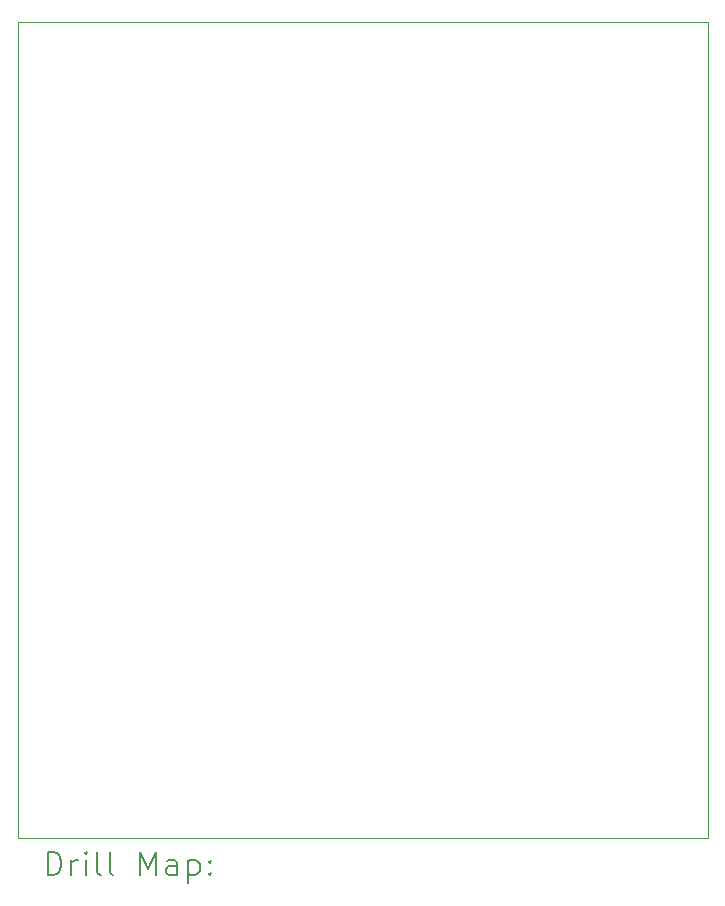
<source format=gbr>
%TF.GenerationSoftware,KiCad,Pcbnew,(6.0.9)*%
%TF.CreationDate,2024-12-27T08:11:09-03:00*%
%TF.ProjectId,shield teensy_v2,73686965-6c64-4207-9465-656e73795f76,rev?*%
%TF.SameCoordinates,Original*%
%TF.FileFunction,Drillmap*%
%TF.FilePolarity,Positive*%
%FSLAX45Y45*%
G04 Gerber Fmt 4.5, Leading zero omitted, Abs format (unit mm)*
G04 Created by KiCad (PCBNEW (6.0.9)) date 2024-12-27 08:11:09*
%MOMM*%
%LPD*%
G01*
G04 APERTURE LIST*
%ADD10C,0.100000*%
%ADD11C,0.200000*%
G04 APERTURE END LIST*
D10*
X20173000Y-13145000D02*
X14334000Y-13145000D01*
X14334000Y-13145000D02*
X14334000Y-6237000D01*
X14334000Y-6237000D02*
X20173000Y-6237000D01*
X20173000Y-6237000D02*
X20173000Y-13145000D01*
D11*
X14586619Y-13460476D02*
X14586619Y-13260476D01*
X14634238Y-13260476D01*
X14662809Y-13270000D01*
X14681857Y-13289048D01*
X14691381Y-13308095D01*
X14700905Y-13346190D01*
X14700905Y-13374762D01*
X14691381Y-13412857D01*
X14681857Y-13431905D01*
X14662809Y-13450952D01*
X14634238Y-13460476D01*
X14586619Y-13460476D01*
X14786619Y-13460476D02*
X14786619Y-13327143D01*
X14786619Y-13365238D02*
X14796143Y-13346190D01*
X14805667Y-13336667D01*
X14824714Y-13327143D01*
X14843762Y-13327143D01*
X14910428Y-13460476D02*
X14910428Y-13327143D01*
X14910428Y-13260476D02*
X14900905Y-13270000D01*
X14910428Y-13279524D01*
X14919952Y-13270000D01*
X14910428Y-13260476D01*
X14910428Y-13279524D01*
X15034238Y-13460476D02*
X15015190Y-13450952D01*
X15005667Y-13431905D01*
X15005667Y-13260476D01*
X15139000Y-13460476D02*
X15119952Y-13450952D01*
X15110428Y-13431905D01*
X15110428Y-13260476D01*
X15367571Y-13460476D02*
X15367571Y-13260476D01*
X15434238Y-13403333D01*
X15500905Y-13260476D01*
X15500905Y-13460476D01*
X15681857Y-13460476D02*
X15681857Y-13355714D01*
X15672333Y-13336667D01*
X15653286Y-13327143D01*
X15615190Y-13327143D01*
X15596143Y-13336667D01*
X15681857Y-13450952D02*
X15662809Y-13460476D01*
X15615190Y-13460476D01*
X15596143Y-13450952D01*
X15586619Y-13431905D01*
X15586619Y-13412857D01*
X15596143Y-13393809D01*
X15615190Y-13384286D01*
X15662809Y-13384286D01*
X15681857Y-13374762D01*
X15777095Y-13327143D02*
X15777095Y-13527143D01*
X15777095Y-13336667D02*
X15796143Y-13327143D01*
X15834238Y-13327143D01*
X15853286Y-13336667D01*
X15862809Y-13346190D01*
X15872333Y-13365238D01*
X15872333Y-13422381D01*
X15862809Y-13441428D01*
X15853286Y-13450952D01*
X15834238Y-13460476D01*
X15796143Y-13460476D01*
X15777095Y-13450952D01*
X15958048Y-13441428D02*
X15967571Y-13450952D01*
X15958048Y-13460476D01*
X15948524Y-13450952D01*
X15958048Y-13441428D01*
X15958048Y-13460476D01*
X15958048Y-13336667D02*
X15967571Y-13346190D01*
X15958048Y-13355714D01*
X15948524Y-13346190D01*
X15958048Y-13336667D01*
X15958048Y-13355714D01*
M02*

</source>
